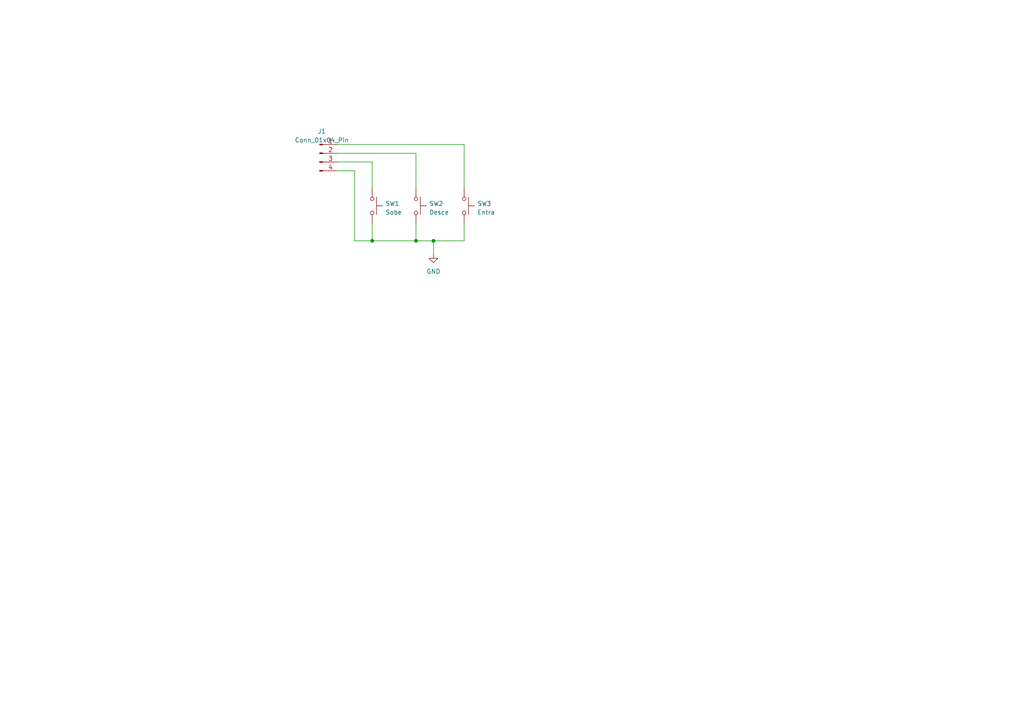
<source format=kicad_sch>
(kicad_sch (version 20230121) (generator eeschema)
  (paper "A4")
  (lib_symbols
    (symbol "Connector:Conn_01x04_Pin" (pin_names (offset 1.016) hide)
      (property "Reference" "J" (at 0 5.08 0))
      (property "Value" "Conn_01x04_Pin" (at 0 -7.62 0))
      (symbol "Conn_01x04_Pin_1_1"
        (polyline (pts (xy 1.27 -5.08) (xy 0.8636 -5.08)) (stroke (width 0.1524)))
        (polyline (pts (xy 1.27 -2.54) (xy 0.8636 -2.54)) (stroke (width 0.1524)))
        (polyline (pts (xy 1.27 0) (xy 0.8636 0)) (stroke (width 0.1524)))
        (polyline (pts (xy 1.27 2.54) (xy 0.8636 2.54)) (stroke (width 0.1524)))
        (rectangle (start 0.8636 -4.953) (end 0 -5.207) (stroke (width 0.1524)) (fill (type outline)))
        (rectangle (start 0.8636 -2.413) (end 0 -2.667) (stroke (width 0.1524)) (fill (type outline)))
        (rectangle (start 0.8636 0.127) (end 0 -0.127) (stroke (width 0.1524)) (fill (type outline)))
        (rectangle (start 0.8636 2.667) (end 0 2.413) (stroke (width 0.1524)) (fill (type outline)))
        (pin passive line (at 5.08 2.54 180) (length 3.81) (name "Pin_1") (number "1"))
        (pin passive line (at 5.08 0 180) (length 3.81) (name "Pin_2") (number "2"))
        (pin passive line (at 5.08 -2.54 180) (length 3.81) (name "Pin_3") (number "3"))
        (pin passive line (at 5.08 -5.08 180) (length 3.81) (name "Pin_4") (number "4"))
      )
    )
    (symbol "Switch:SW_Push" (pin_numbers hide) (pin_names (offset 1.016) hide)
      (property "Reference" "SW" (at 1.27 2.54 0))
      (property "Value" "SW_Push" (at 0 -1.524 0))
      (symbol "SW_Push_0_1"
        (circle (center -2.032 0) (radius 0.508))
        (polyline (pts (xy 0 1.27) (xy 0 3.048)))
        (polyline (pts (xy 2.54 1.27) (xy -2.54 1.27)))
        (circle (center 2.032 0) (radius 0.508))
        (pin passive line (at -5.08 0 0) (length 2.54) (name "1") (number "1"))
        (pin passive line (at 5.08 0 180) (length 2.54) (name "2") (number "2"))
      )
    )
    (symbol "power:GND" (power) (pin_names (offset 0))
      (property "Value" "GND" (at 0 -3.81 0))
      (symbol "GND_0_1"
        (polyline (pts (xy 0 0) (xy 0 -1.27) (xy 1.27 -1.27) (xy 0 -2.54) (xy -1.27 -1.27) (xy 0 -1.27)))
      )
      (symbol "GND_1_1"
        (pin power_in line (at 0 0 270) (length 0) hide (name "GND") (number "1"))
      )
    )
  )
  (junction (at 125.73 69.85))
  (junction (at 120.65 69.85))
  (junction (at 107.95 69.85))
  (wire (pts (xy 107.95 64.77) (xy 107.95 69.85)))
  (wire (pts (xy 107.95 46.99) (xy 107.95 54.61)))
  (wire (pts (xy 102.87 69.85) (xy 107.95 69.85)))
  (wire (pts (xy 107.95 69.85) (xy 120.65 69.85)))
  (wire (pts (xy 102.87 49.53) (xy 102.87 69.85)))
  (wire (pts (xy 97.79 49.53) (xy 102.87 49.53)))
  (wire (pts (xy 120.65 64.77) (xy 120.65 69.85)))
  (wire (pts (xy 97.79 46.99) (xy 107.95 46.99)))
  (wire (pts (xy 120.65 44.45) (xy 120.65 54.61)))
  (wire (pts (xy 97.79 44.45) (xy 120.65 44.45)))
  (wire (pts (xy 120.65 69.85) (xy 125.73 69.85)))
  (wire (pts (xy 134.62 41.91) (xy 134.62 54.61)))
  (wire (pts (xy 125.73 69.85) (xy 134.62 69.85)))
  (wire (pts (xy 97.79 41.91) (xy 134.62 41.91)))
  (wire (pts (xy 134.62 69.85) (xy 134.62 64.77)))
  (wire (pts (xy 125.73 69.85) (xy 125.73 73.66)))
  (symbol (lib_id "Switch:SW_Push") (at 107.95 59.69 270) (unit 1)
    (property "Reference" "SW1" (at 111.76 59.055 90) (effects (justify left)))
    (property "Value" "Sobe" (at 111.76 61.595 90) (effects (justify left)))
    (property "Footprint" "Custom:SW_PUSH_6mm" (effects hide))
  )
  (symbol (lib_id "power:GND") (at 125.73 73.66 0) (unit 1)
    (property "Reference" "#PWR01" (effects hide))
    (property "Value" "GND" (at 125.73 78.74 0))
  )
  (symbol (lib_id "Switch:SW_Push") (at 120.65 59.69 270) (unit 1)
    (property "Reference" "SW2" (at 124.46 59.055 90) (effects (justify left)))
    (property "Value" "Desce" (at 124.46 61.595 90) (effects (justify left)))
    (property "Footprint" "Custom:SW_PUSH_6mm" (effects hide))
  )
  (symbol (lib_id "Switch:SW_Push") (at 134.62 59.69 270) (unit 1)
    (property "Reference" "SW3" (at 138.43 59.055 90) (effects (justify left)))
    (property "Value" "Entra" (at 138.43 61.595 90) (effects (justify left)))
    (property "Footprint" "Custom:SW_PUSH_6mm" (effects hide))
  )
  (symbol (lib_id "Connector:Conn_01x04_Pin") (at 92.71 44.45 0) (unit 1)
    (property "Reference" "J1" (at 93.345 38.1 0))
    (property "Value" "Conn_01x04_Pin" (at 93.345 40.64 0))
    (property "Footprint" "Custom:PinHeader_1x04_P2.54mm_Vertical" (effects hide))
  )
)
</source>
